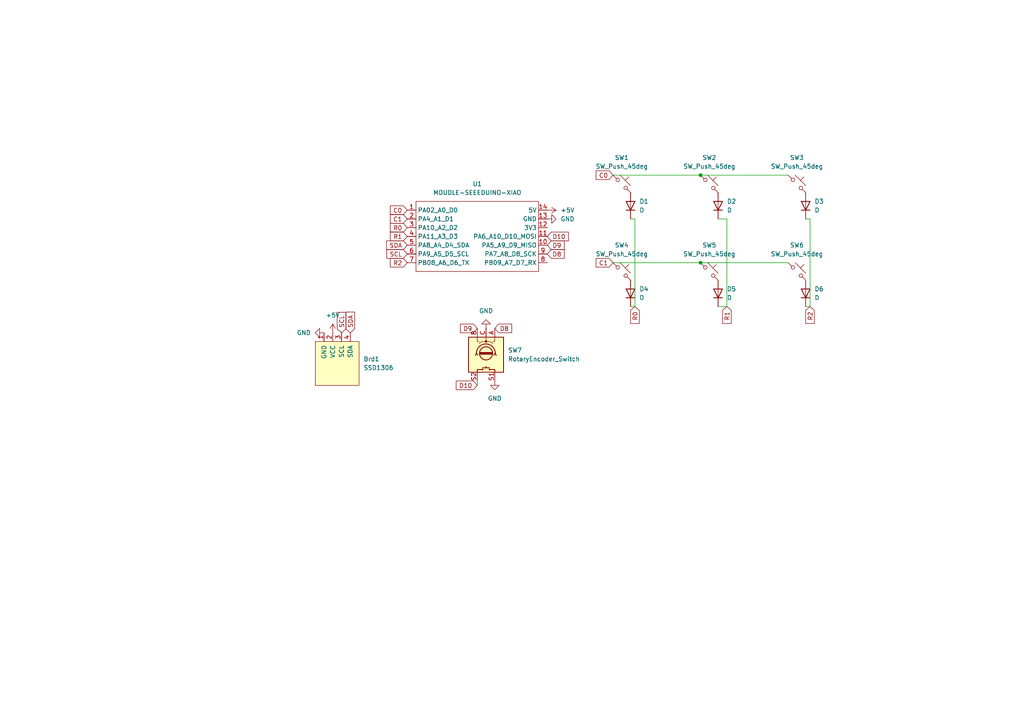
<source format=kicad_sch>
(kicad_sch (version 20250114) (generator "eeschema") (generator_version "9.0")
  (paper "A4")
  (lib_symbols
    (symbol "Device:D" (pin_numbers (hide yes)) (pin_names (offset 1.016) (hide yes))
      (property "Reference" "D" (at 0 2.54 0))
      (property "Value" "D" (at 0 -2.54 0))
      (symbol "D_0_1"
        (polyline (pts (xy -1.27 1.27) (xy -1.27 -1.27)) (stroke (width 0.254)))
        (polyline (pts (xy 1.27 1.27) (xy 1.27 -1.27) (xy -1.27 0) (xy 1.27 1.27)) (stroke (width 0.254)))
        (polyline (pts (xy 1.27 0) (xy -1.27 0)))
      )
      (symbol "D_1_1"
        (pin passive line (at -3.81 0 0) (length 2.54) (name "K") (number "1"))
        (pin passive line (at 3.81 0 180) (length 2.54) (name "A") (number "2"))
      )
    )
    (symbol "Device:RotaryEncoder_Switch" (pin_names (offset 0.254) (hide yes))
      (property "Reference" "SW" (at 0 6.604 0))
      (property "Value" "RotaryEncoder_Switch" (at 0 -6.604 0))
      (symbol "RotaryEncoder_Switch_0_1"
        (rectangle (start -5.08 5.08) (end 5.08 -5.08) (stroke (width 0.254)) (fill (type background)))
        (polyline (pts (xy -5.08 2.54) (xy -3.81 2.54) (xy -3.81 2.032)))
        (polyline (pts (xy -5.08 0) (xy -3.81 0) (xy -3.81 -1.016) (xy -3.302 -2.032)))
        (polyline (pts (xy -5.08 -2.54) (xy -3.81 -2.54) (xy -3.81 -2.032)))
        (polyline (pts (xy -4.318 0) (xy -3.81 0) (xy -3.81 1.016) (xy -3.302 2.032)))
        (circle (center -3.81 0) (radius 0.254) (fill (type outline)))
        (polyline (pts (xy -0.635 -1.778) (xy -0.635 1.778)) (stroke (width 0.254)))
        (circle (center -0.381 0) (radius 1.905) (stroke (width 0.254)))
        (polyline (pts (xy -0.381 -1.778) (xy -0.381 1.778)) (stroke (width 0.254)))
        (arc (start -0.381 -2.794) (mid -3.0988 -0.0635) (end -0.381 2.667) (stroke (width 0.254)))
        (polyline (pts (xy -0.127 1.778) (xy -0.127 -1.778)) (stroke (width 0.254)))
        (polyline (pts (xy 0.254 2.921) (xy -0.508 2.667) (xy 0.127 2.286)) (stroke (width 0.254)))
        (polyline (pts (xy 0.254 -3.048) (xy -0.508 -2.794) (xy 0.127 -2.413)) (stroke (width 0.254)))
        (polyline (pts (xy 3.81 1.016) (xy 3.81 -1.016)) (stroke (width 0.254)))
        (polyline (pts (xy 3.81 0) (xy 3.429 0)) (stroke (width 0.254)))
        (circle (center 4.318 1.016) (radius 0.127) (stroke (width 0.254)))
        (circle (center 4.318 -1.016) (radius 0.127) (stroke (width 0.254)))
        (polyline (pts (xy 5.08 2.54) (xy 4.318 2.54) (xy 4.318 1.016)) (stroke (width 0.254)))
        (polyline (pts (xy 5.08 -2.54) (xy 4.318 -2.54) (xy 4.318 -1.016)) (stroke (width 0.254)))
      )
      (symbol "RotaryEncoder_Switch_1_1"
        (pin passive line (at -7.62 2.54 0) (length 2.54) (name "A") (number "A"))
        (pin passive line (at -7.62 0 0) (length 2.54) (name "C") (number "C"))
        (pin passive line (at -7.62 -2.54 0) (length 2.54) (name "B") (number "B"))
        (pin passive line (at 7.62 2.54 180) (length 2.54) (name "S1") (number "S1"))
        (pin passive line (at 7.62 -2.54 180) (length 2.54) (name "S2") (number "S2"))
      )
    )
    (symbol "SSD1306-128x64_OLED:SSD1306" (pin_names (offset 1.016))
      (property "Reference" "Brd" (at 0 -3.81 0))
      (property "Value" "SSD1306" (at 0 -1.27 0))
      (symbol "SSD1306_0_1"
        (rectangle (start -6.35 6.35) (end 6.35 -6.35) (fill (type background)))
      )
      (symbol "SSD1306_1_1"
        (pin input line (at -3.81 8.89 270) (length 2.54) (name "GND") (number "1"))
        (pin input line (at -1.27 8.89 270) (length 2.54) (name "VCC") (number "2"))
        (pin input line (at 1.27 8.89 270) (length 2.54) (name "SCL") (number "3"))
        (pin input line (at 3.81 8.89 270) (length 2.54) (name "SDA") (number "4"))
      )
    )
    (symbol "Switch:SW_Push_45deg" (pin_numbers (hide yes)) (pin_names (offset 1.016) (hide yes))
      (property "Reference" "SW" (at 3.048 1.016 0))
      (property "Value" "SW_Push_45deg" (at 0 -3.81 0))
      (symbol "SW_Push_45deg_0_1"
        (polyline (pts (xy -2.54 2.54) (xy -1.524 1.524) (xy -1.524 1.524)))
        (circle (center -1.1684 1.1684) (radius 0.508))
        (polyline (pts (xy -0.508 2.54) (xy 2.54 -0.508)))
        (polyline (pts (xy 1.016 1.016) (xy 2.032 2.032)))
        (circle (center 1.143 -1.1938) (radius 0.508))
        (polyline (pts (xy 1.524 -1.524) (xy 2.54 -2.54) (xy 2.54 -2.54) (xy 2.54 -2.54)))
        (pin passive line (at -2.54 2.54 0) (length 0) (name "1") (number "1"))
        (pin passive line (at 2.54 -2.54 180) (length 0) (name "2") (number "2"))
      )
    )
    (symbol "XIAO_RP2040:MOUDLE-SEEEDUINO-XIAO"
      (property "Reference" "U" (at -16.51 11.43 0))
      (property "Value" "MOUDLE-SEEEDUINO-XIAO" (at -3.81 -11.43 0))
      (symbol "MOUDLE-SEEEDUINO-XIAO_0_1"
        (rectangle (start -16.51 10.16) (end 19.05 -10.16))
      )
      (symbol "MOUDLE-SEEEDUINO-XIAO_1_1"
        (pin passive line (at -19.05 7.62 0) (length 2.54) (name "PA02_A0_D0") (number "1"))
        (pin passive line (at -19.05 5.08 0) (length 2.54) (name "PA4_A1_D1") (number "2"))
        (pin passive line (at -19.05 2.54 0) (length 2.54) (name "PA10_A2_D2") (number "3"))
        (pin passive line (at -19.05 0 0) (length 2.54) (name "PA11_A3_D3") (number "4"))
        (pin passive line (at -19.05 -2.54 0) (length 2.54) (name "PA8_A4_D4_SDA") (number "5"))
        (pin passive line (at -19.05 -5.08 0) (length 2.54) (name "PA9_A5_D5_SCL") (number "6"))
        (pin passive line (at -19.05 -7.62 0) (length 2.54) (name "PB08_A6_D6_TX") (number "7"))
        (pin passive line (at 21.59 7.62 180) (length 2.54) (name "5V") (number "14"))
        (pin passive line (at 21.59 5.08 180) (length 2.54) (name "GND") (number "13"))
        (pin passive line (at 21.59 2.54 180) (length 2.54) (name "3V3") (number "12"))
        (pin passive line (at 21.59 0 180) (length 2.54) (name "PA6_A10_D10_MOSI") (number "11"))
        (pin passive line (at 21.59 -2.54 180) (length 2.54) (name "PA5_A9_D9_MISO") (number "10"))
        (pin passive line (at 21.59 -5.08 180) (length 2.54) (name "PA7_A8_D8_SCK") (number "9"))
        (pin passive line (at 21.59 -7.62 180) (length 2.54) (name "PB09_A7_D7_RX") (number "8"))
      )
    )
    (symbol "power:+5V" (power) (pin_numbers (hide yes)) (pin_names (offset 0) (hide yes))
      (property "Value" "+5V" (at 0 3.556 0))
      (symbol "+5V_0_1"
        (polyline (pts (xy -0.762 1.27) (xy 0 2.54)))
        (polyline (pts (xy 0 2.54) (xy 0.762 1.27)))
        (polyline (pts (xy 0 0) (xy 0 2.54)))
      )
      (symbol "+5V_1_1"
        (pin power_in line (at 0 0 90) (length 0) (name "~") (number "1"))
      )
    )
    (symbol "power:GND" (power) (pin_numbers (hide yes)) (pin_names (offset 0) (hide yes))
      (property "Value" "GND" (at 0 -3.81 0))
      (symbol "GND_0_1"
        (polyline (pts (xy 0 0) (xy 0 -1.27) (xy 1.27 -1.27) (xy 0 -2.54) (xy -1.27 -1.27) (xy 0 -1.27)))
      )
      (symbol "GND_1_1"
        (pin power_in line (at 0 0 270) (length 0) (name "~") (number "1"))
      )
    )
  )
  (junction (at 203.2 50.8))
  (junction (at 203.2 76.2))
  (wire (pts (xy 208.28 63.5) (xy 210.82 63.5)))
  (wire (pts (xy 210.82 63.5) (xy 210.82 88.9)))
  (wire (pts (xy 184.15 63.5) (xy 184.15 88.9)))
  (wire (pts (xy 233.68 63.5) (xy 234.95 63.5)))
  (wire (pts (xy 177.8 76.2) (xy 203.2 76.2)))
  (wire (pts (xy 210.82 88.9) (xy 208.28 88.9)))
  (wire (pts (xy 177.8 50.8) (xy 203.2 50.8)))
  (wire (pts (xy 182.88 63.5) (xy 184.15 63.5)))
  (wire (pts (xy 234.95 63.5) (xy 234.95 88.9)))
  (wire (pts (xy 203.2 76.2) (xy 228.6 76.2)))
  (wire (pts (xy 234.95 88.9) (xy 233.68 88.9)))
  (wire (pts (xy 138.43 111.76) (xy 138.43 110.49)))
  (wire (pts (xy 184.15 88.9) (xy 182.88 88.9)))
  (wire (pts (xy 203.2 50.8) (xy 228.6 50.8)))
  (global_label "C0" (shape input) (at 118.11 60.96 180) (property "Intersheetrefs" "${INTERSHEET_REFS}" (effects (hide yes))))
  (global_label "D8" (shape input) (at 143.51 95.25 0) (property "Intersheetrefs" "${INTERSHEET_REFS}" (effects (hide yes))))
  (global_label "D9" (shape input) (at 158.75 71.12 0) (property "Intersheetrefs" "${INTERSHEET_REFS}" (effects (hide yes))))
  (global_label "SCL" (shape input) (at 99.06 96.52 90) (property "Intersheetrefs" "${INTERSHEET_REFS}" (effects (hide yes))))
  (global_label "C0" (shape input) (at 177.8 50.8 180) (property "Intersheetrefs" "${INTERSHEET_REFS}" (effects (hide yes))))
  (global_label "SDA" (shape input) (at 101.6 96.52 90) (property "Intersheetrefs" "${INTERSHEET_REFS}" (effects (hide yes))))
  (global_label "D9" (shape input) (at 138.43 95.25 180) (property "Intersheetrefs" "${INTERSHEET_REFS}" (effects (hide yes))))
  (global_label "D8" (shape input) (at 158.75 73.66 0) (property "Intersheetrefs" "${INTERSHEET_REFS}" (effects (hide yes))))
  (global_label "SCL" (shape input) (at 118.11 73.66 180) (property "Intersheetrefs" "${INTERSHEET_REFS}" (effects (hide yes))))
  (global_label "SDA" (shape input) (at 118.11 71.12 180) (property "Intersheetrefs" "${INTERSHEET_REFS}" (effects (hide yes))))
  (global_label "D10" (shape input) (at 158.75 68.58 0) (property "Intersheetrefs" "${INTERSHEET_REFS}" (effects (hide yes))))
  (global_label "D10" (shape input) (at 138.43 111.76 180) (property "Intersheetrefs" "${INTERSHEET_REFS}" (effects (hide yes))))
  (global_label "C1" (shape input) (at 118.11 63.5 180) (property "Intersheetrefs" "${INTERSHEET_REFS}" (effects (hide yes))))
  (global_label "R1" (shape input) (at 118.11 68.58 180) (property "Intersheetrefs" "${INTERSHEET_REFS}" (effects (hide yes))))
  (global_label "R1" (shape input) (at 210.82 88.9 270) (property "Intersheetrefs" "${INTERSHEET_REFS}" (effects (hide yes))))
  (global_label "R0" (shape input) (at 184.15 88.9 270) (property "Intersheetrefs" "${INTERSHEET_REFS}" (effects (hide yes))))
  (global_label "R2" (shape input) (at 234.95 88.9 270) (property "Intersheetrefs" "${INTERSHEET_REFS}" (effects (hide yes))))
  (global_label "R2" (shape input) (at 118.11 76.2 180) (property "Intersheetrefs" "${INTERSHEET_REFS}" (effects (hide yes))))
  (global_label "R0" (shape input) (at 118.11 66.04 180) (property "Intersheetrefs" "${INTERSHEET_REFS}" (effects (hide yes))))
  (global_label "C1" (shape input) (at 177.8 76.2 180) (property "Intersheetrefs" "${INTERSHEET_REFS}" (effects (hide yes))))
  (symbol (lib_id "Switch:SW_Push_45deg") (at 205.74 53.34 0) (unit 1)
    (property "Reference" "SW2" (at 205.74 45.72 0))
    (property "Value" "SW_Push_45deg" (at 205.74 48.26 0))
    (property "Footprint" "Button_Switch_Keyboard:SW_Cherry_MX_1.00u_PCB" (effects (hide yes)))
    (property "Description" "Push button switch, normally open, two pins, 45° tilted" (effects (hide yes)))
  )
  (symbol (lib_id "SSD1306-128x64_OLED:SSD1306") (at 97.79 105.41 0) (unit 1)
    (property "Reference" "Brd1" (at 105.41 104.1399 0) (effects (justify left)))
    (property "Value" "SSD1306" (at 105.41 106.6799 0) (effects (justify left)))
    (property "Footprint" "SSD1306:128x64OLED" (effects (hide yes)))
    (property "Description" "SSD1306 OLED" (effects (hide yes)))
  )
  (symbol (lib_id "power:GND") (at 93.98 96.52 270) (unit 1)
    (property "Reference" "#PWR02" (effects (hide yes)))
    (property "Value" "GND" (at 90.17 96.5199 90) (effects (justify right)))
    (property "Description" "Power symbol creates a global label with name \"GND\" , ground" (effects (hide yes)))
  )
  (symbol (lib_id "power:GND") (at 158.75 63.5 90) (unit 1)
    (property "Reference" "#PWR01" (effects (hide yes)))
    (property "Value" "GND" (at 162.56 63.4999 90) (effects (justify right)))
    (property "Description" "Power symbol creates a global label with name \"GND\" , ground" (effects (hide yes)))
  )
  (symbol (lib_id "Switch:SW_Push_45deg") (at 180.34 78.74 0) (unit 1)
    (property "Reference" "SW4" (at 180.34 71.12 0))
    (property "Value" "SW_Push_45deg" (at 180.34 73.66 0))
    (property "Footprint" "Button_Switch_Keyboard:SW_Cherry_MX_1.00u_PCB" (effects (hide yes)))
    (property "Description" "Push button switch, normally open, two pins, 45° tilted" (effects (hide yes)))
  )
  (symbol (lib_id "Device:D") (at 233.68 59.69 90) (unit 1)
    (property "Reference" "D3" (at 236.22 58.4199 90) (effects (justify right)))
    (property "Value" "D" (at 236.22 60.9599 90) (effects (justify right)))
    (property "Footprint" "Diode_THT:D_DO-27_P15.24mm_Horizontal" (effects (hide yes)))
    (property "Description" "Diode" (effects (hide yes)))
    (property "Sim.Device" "D" (effects (hide yes)))
    (property "Sim.Pins" "1=K 2=A" (effects (hide yes)))
  )
  (symbol (lib_id "power:GND") (at 143.51 110.49 0) (unit 1)
    (property "Reference" "#PWR05" (effects (hide yes)))
    (property "Value" "GND" (at 143.51 115.57 0))
    (property "Description" "Power symbol creates a global label with name \"GND\" , ground" (effects (hide yes)))
  )
  (symbol (lib_id "Switch:SW_Push_45deg") (at 180.34 53.34 0) (unit 1)
    (property "Reference" "SW1" (at 180.34 45.72 0))
    (property "Value" "SW_Push_45deg" (at 180.34 48.26 0))
    (property "Footprint" "Button_Switch_Keyboard:SW_Cherry_MX_1.00u_PCB" (effects (hide yes)))
    (property "Description" "Push button switch, normally open, two pins, 45° tilted" (effects (hide yes)))
  )
  (symbol (lib_id "Device:RotaryEncoder_Switch") (at 140.97 102.87 270) (unit 1)
    (property "Reference" "SW7" (at 147.32 101.5999 90) (effects (justify left)))
    (property "Value" "RotaryEncoder_Switch" (at 147.32 104.1399 90) (effects (justify left)))
    (property "Footprint" "Rotary_Encoder:RotaryEncoder_Alps_EC12E-Switch_Vertical_H20mm" (effects (hide yes)))
    (property "Description" "Rotary encoder, dual channel, incremental quadrate outputs, with switch" (effects (hide yes)))
  )
  (symbol (lib_id "power:GND") (at 140.97 95.25 180) (unit 1)
    (property "Reference" "#PWR06" (effects (hide yes)))
    (property "Value" "GND" (at 140.97 90.17 0))
    (property "Description" "Power symbol creates a global label with name \"GND\" , ground" (effects (hide yes)))
  )
  (symbol (lib_id "Switch:SW_Push_45deg") (at 231.14 78.74 0) (unit 1)
    (property "Reference" "SW6" (at 231.14 71.12 0))
    (property "Value" "SW_Push_45deg" (at 231.14 73.66 0))
    (property "Footprint" "Button_Switch_Keyboard:SW_Cherry_MX_1.00u_PCB" (effects (hide yes)))
    (property "Description" "Push button switch, normally open, two pins, 45° tilted" (effects (hide yes)))
  )
  (symbol (lib_id "Device:D") (at 182.88 85.09 90) (unit 1)
    (property "Reference" "D4" (at 185.42 83.8199 90) (effects (justify right)))
    (property "Value" "D" (at 185.42 86.3599 90) (effects (justify right)))
    (property "Footprint" "Diode_THT:D_DO-27_P15.24mm_Horizontal" (effects (hide yes)))
    (property "Description" "Diode" (effects (hide yes)))
    (property "Sim.Device" "D" (effects (hide yes)))
    (property "Sim.Pins" "1=K 2=A" (effects (hide yes)))
  )
  (symbol (lib_id "Device:D") (at 208.28 59.69 90) (unit 1)
    (property "Reference" "D2" (at 210.82 58.4199 90) (effects (justify right)))
    (property "Value" "D" (at 210.82 60.9599 90) (effects (justify right)))
    (property "Footprint" "Diode_THT:D_DO-27_P15.24mm_Horizontal" (effects (hide yes)))
    (property "Description" "Diode" (effects (hide yes)))
    (property "Sim.Device" "D" (effects (hide yes)))
    (property "Sim.Pins" "1=K 2=A" (effects (hide yes)))
  )
  (symbol (lib_id "Device:D") (at 182.88 59.69 90) (unit 1)
    (property "Reference" "D1" (at 185.42 58.4199 90) (effects (justify right)))
    (property "Value" "D" (at 185.42 60.9599 90) (effects (justify right)))
    (property "Footprint" "Diode_THT:D_DO-27_P15.24mm_Horizontal" (effects (hide yes)))
    (property "Description" "Diode" (effects (hide yes)))
    (property "Sim.Device" "D" (effects (hide yes)))
    (property "Sim.Pins" "1=K 2=A" (effects (hide yes)))
  )
  (symbol (lib_id "Switch:SW_Push_45deg") (at 231.14 53.34 0) (unit 1)
    (property "Reference" "SW3" (at 231.14 45.72 0))
    (property "Value" "SW_Push_45deg" (at 231.14 48.26 0))
    (property "Footprint" "Button_Switch_Keyboard:SW_Cherry_MX_1.00u_PCB" (effects (hide yes)))
    (property "Description" "Push button switch, normally open, two pins, 45° tilted" (effects (hide yes)))
  )
  (symbol (lib_id "power:+5V") (at 96.52 96.52 0) (unit 1)
    (property "Reference" "#PWR03" (effects (hide yes)))
    (property "Value" "+5V" (at 96.52 91.44 0))
    (property "Description" "Power symbol creates a global label with name \"+5V\"" (effects (hide yes)))
  )
  (symbol (lib_id "Device:D") (at 208.28 85.09 90) (unit 1)
    (property "Reference" "D5" (at 210.82 83.8199 90) (effects (justify right)))
    (property "Value" "D" (at 210.82 86.3599 90) (effects (justify right)))
    (property "Footprint" "Diode_THT:D_DO-27_P15.24mm_Horizontal" (effects (hide yes)))
    (property "Description" "Diode" (effects (hide yes)))
    (property "Sim.Device" "D" (effects (hide yes)))
    (property "Sim.Pins" "1=K 2=A" (effects (hide yes)))
  )
  (symbol (lib_id "power:+5V") (at 158.75 60.96 270) (unit 1)
    (property "Reference" "#PWR04" (effects (hide yes)))
    (property "Value" "+5V" (at 162.56 60.9599 90) (effects (justify left)))
    (property "Description" "Power symbol creates a global label with name \"+5V\"" (effects (hide yes)))
  )
  (symbol (lib_id "Switch:SW_Push_45deg") (at 205.74 78.74 0) (unit 1)
    (property "Reference" "SW5" (at 205.74 71.12 0))
    (property "Value" "SW_Push_45deg" (at 205.74 73.66 0))
    (property "Footprint" "Button_Switch_Keyboard:SW_Cherry_MX_1.00u_PCB" (effects (hide yes)))
    (property "Description" "Push button switch, normally open, two pins, 45° tilted" (effects (hide yes)))
  )
  (symbol (lib_id "Device:D") (at 233.68 85.09 90) (unit 1)
    (property "Reference" "D6" (at 236.22 83.8199 90) (effects (justify right)))
    (property "Value" "D" (at 236.22 86.3599 90) (effects (justify right)))
    (property "Footprint" "Diode_THT:D_DO-27_P15.24mm_Horizontal" (effects (hide yes)))
    (property "Description" "Diode" (effects (hide yes)))
    (property "Sim.Device" "D" (effects (hide yes)))
    (property "Sim.Pins" "1=K 2=A" (effects (hide yes)))
  )
  (symbol (lib_id "XIAO_RP2040:MOUDLE-SEEEDUINO-XIAO") (at 137.16 68.58 0) (unit 1)
    (property "Reference" "U1" (at 138.43 53.34 0))
    (property "Value" "MOUDLE-SEEEDUINO-XIAO" (at 138.43 55.88 0))
    (property "Footprint" "footprints:XIAO-Generic-Hybrid-14P-2.54-21X17.8MM" (effects (hide yes)))
  )
)
</source>
